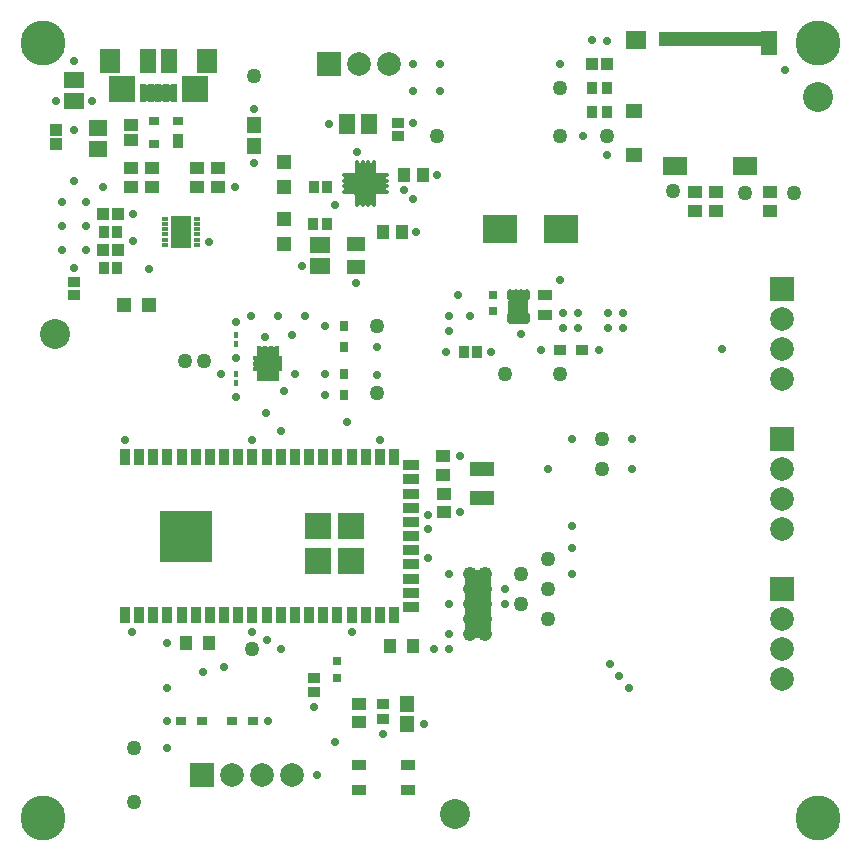
<source format=gts>
G04*
G04 #@! TF.GenerationSoftware,Altium Limited,Altium Designer,21.6.1 (37)*
G04*
G04 Layer_Color=8388736*
%FSLAX25Y25*%
%MOIN*%
G70*
G04*
G04 #@! TF.SameCoordinates,F314E1FC-B3FF-4399-9B4D-0056A2093317*
G04*
G04*
G04 #@! TF.FilePolarity,Negative*
G04*
G01*
G75*
%ADD29C,0.05000*%
%ADD32R,0.03150X0.03150*%
%ADD33R,0.03937X0.03543*%
%ADD40R,0.01822X0.02182*%
%ADD41R,0.04724X0.04724*%
%ADD47R,0.03543X0.03150*%
%ADD49R,0.03150X0.03543*%
%ADD50R,0.02756X0.02756*%
%ADD59R,0.04724X0.04724*%
%ADD60R,0.03937X0.04921*%
%ADD61R,0.06127X0.05728*%
%ADD68R,0.08800X0.23000*%
%ADD69R,0.34400X0.04900*%
%ADD70R,0.11000X0.05800*%
%ADD71R,0.07400X0.07000*%
%ADD72R,0.09600X0.05100*%
%ADD73R,0.06900X0.11500*%
%ADD74R,0.06000X0.11200*%
%ADD75R,0.00900X0.02100*%
%ADD76R,0.02200X0.01100*%
%ADD77R,0.02100X0.01100*%
%ADD78R,0.01000X0.02000*%
%ADD79R,0.02200X0.01400*%
%ADD80R,0.01832X0.02632*%
%ADD81R,0.02532X0.01732*%
%ADD82R,0.06000X0.14000*%
%ADD83R,0.14000X0.06000*%
%ADD84R,0.03556X0.05524*%
%ADD85R,0.05524X0.03556*%
%ADD86R,0.08674X0.08674*%
%ADD87R,0.08819X0.08819*%
%ADD88R,0.05406X0.07887*%
%ADD89R,0.03753X0.05131*%
%ADD90R,0.04147X0.05131*%
%ADD91R,0.06902X0.06115*%
%ADD92R,0.05524X0.04737*%
%ADD93R,0.08280X0.06115*%
%ADD94R,0.07099X0.04343*%
%ADD95R,0.11430X0.09461*%
%ADD96C,0.10000*%
%ADD97R,0.08280X0.05131*%
%ADD98R,0.01784X0.02670*%
%ADD99R,0.02670X0.01784*%
%ADD100R,0.04737X0.04343*%
%ADD101R,0.04147X0.03556*%
%ADD102R,0.04343X0.04147*%
%ADD103R,0.04934X0.03359*%
%ADD104R,0.04343X0.04737*%
%ADD105R,0.05328X0.06509*%
%ADD106R,0.05131X0.05721*%
%ADD107R,0.03556X0.04147*%
G04:AMPARAMS|DCode=108|XSize=37.13mil|YSize=19.02mil|CornerRadius=5.38mil|HoleSize=0mil|Usage=FLASHONLY|Rotation=90.000|XOffset=0mil|YOffset=0mil|HoleType=Round|Shape=RoundedRectangle|*
%AMROUNDEDRECTD108*
21,1,0.03713,0.00827,0,0,90.0*
21,1,0.02638,0.01902,0,0,90.0*
1,1,0.01076,0.00413,0.01319*
1,1,0.01076,0.00413,-0.01319*
1,1,0.01076,-0.00413,-0.01319*
1,1,0.01076,-0.00413,0.01319*
%
%ADD108ROUNDEDRECTD108*%
%ADD109R,0.04147X0.03753*%
%ADD110R,0.04147X0.04343*%
%ADD111R,0.03753X0.04147*%
%ADD112R,0.02375X0.01784*%
%ADD113R,0.07102X0.10646*%
%ADD114R,0.06312X0.04934*%
%ADD115R,0.06509X0.05328*%
%ADD116O,0.01654X0.03898*%
%ADD117O,0.03898X0.01654*%
%ADD118R,0.07244X0.07244*%
%ADD119R,0.03556X0.03162*%
%ADD120R,0.03556X0.04737*%
%ADD121R,0.02375X0.06115*%
%ADD122R,0.09068X0.08674*%
%ADD123R,0.07099X0.08280*%
%ADD124R,0.05524X0.08280*%
%ADD125C,0.07887*%
%ADD126R,0.07887X0.07887*%
%ADD127R,0.07887X0.07887*%
%ADD128C,0.04760*%
%ADD129C,0.14973*%
%ADD130C,0.02800*%
%ADD131C,0.02769*%
D29*
X120000Y172500D02*
D03*
X177000Y95000D02*
D03*
X168000Y80000D02*
D03*
Y90000D02*
D03*
X259000Y217000D02*
D03*
X79000Y256000D02*
D03*
X218500Y217500D02*
D03*
X177000Y85000D02*
D03*
Y75000D02*
D03*
X120000Y150300D02*
D03*
X78300Y65000D02*
D03*
X140000Y235800D02*
D03*
X39000Y32000D02*
D03*
Y14000D02*
D03*
X162500Y156500D02*
D03*
X181000D02*
D03*
X195000Y125000D02*
D03*
Y135000D02*
D03*
X62300Y160900D02*
D03*
X56000Y160805D02*
D03*
X181000Y236000D02*
D03*
Y252000D02*
D03*
X242500Y217000D02*
D03*
X196500Y236000D02*
D03*
D32*
X106600Y60953D02*
D03*
Y55047D02*
D03*
D33*
X188043Y164500D02*
D03*
X180957D02*
D03*
D40*
X73000Y156395D02*
D03*
Y153605D02*
D03*
Y169395D02*
D03*
Y166605D02*
D03*
D41*
X89000Y199866D02*
D03*
Y208134D02*
D03*
Y218866D02*
D03*
Y227134D02*
D03*
D47*
X54654Y41000D02*
D03*
X61347D02*
D03*
X78347D02*
D03*
X71653D02*
D03*
D49*
X109000Y172346D02*
D03*
Y165654D02*
D03*
Y149653D02*
D03*
Y156346D02*
D03*
D50*
X158500Y183000D02*
D03*
Y177488D02*
D03*
D59*
X43843Y179642D02*
D03*
X35575D02*
D03*
D60*
X63937Y67000D02*
D03*
X56063D02*
D03*
X131937Y66000D02*
D03*
X124063D02*
D03*
D61*
X27000Y231356D02*
D03*
Y238644D02*
D03*
D68*
X153500Y80000D02*
D03*
D69*
X232600Y268250D02*
D03*
D70*
X47300Y250200D02*
D03*
D71*
X83400Y159800D02*
D03*
D72*
Y159950D02*
D03*
D73*
X83550D02*
D03*
D74*
X167000Y179000D02*
D03*
D75*
X112750Y216350D02*
D03*
X119250Y223650D02*
D03*
D76*
X112100Y216850D02*
D03*
D77*
X119750D02*
D03*
D78*
X119200Y216400D02*
D03*
D79*
X120100Y223000D02*
D03*
D80*
X113216Y223284D02*
D03*
D81*
X112766Y222834D02*
D03*
D82*
X116000Y220000D02*
D03*
D83*
D03*
D84*
X35781Y76122D02*
D03*
X40506D02*
D03*
X45230D02*
D03*
X49955D02*
D03*
X54679D02*
D03*
X59404D02*
D03*
X64128D02*
D03*
X68852D02*
D03*
X73577D02*
D03*
X78301D02*
D03*
X83026D02*
D03*
X87750D02*
D03*
X92474D02*
D03*
X97199D02*
D03*
X101923D02*
D03*
X106648D02*
D03*
X111372D02*
D03*
X116096D02*
D03*
X120821D02*
D03*
X125545D02*
D03*
Y128878D02*
D03*
X120821D02*
D03*
X116096D02*
D03*
X111372D02*
D03*
X106648D02*
D03*
X101923D02*
D03*
X97199D02*
D03*
X92474D02*
D03*
X87750D02*
D03*
X83026D02*
D03*
X78301D02*
D03*
X73577D02*
D03*
X68852D02*
D03*
X64128D02*
D03*
X59404D02*
D03*
X54679D02*
D03*
X49955D02*
D03*
X45230D02*
D03*
X40506D02*
D03*
X35781D02*
D03*
D85*
X131219Y78862D02*
D03*
Y88311D02*
D03*
Y93035D02*
D03*
Y97760D02*
D03*
Y102484D02*
D03*
Y107209D02*
D03*
Y111933D02*
D03*
Y116657D02*
D03*
Y121382D02*
D03*
Y126106D02*
D03*
Y83587D02*
D03*
D86*
X111317Y94290D02*
D03*
X100077D02*
D03*
X111317Y105802D02*
D03*
X100077D02*
D03*
D87*
X60557Y98022D02*
D03*
X51825D02*
D03*
X60557Y106613D02*
D03*
X51825D02*
D03*
D88*
X250628Y266931D02*
D03*
D89*
X245864Y268309D02*
D03*
D90*
X241730D02*
D03*
X237400D02*
D03*
X233069D02*
D03*
X228738D02*
D03*
X224408D02*
D03*
X220077D02*
D03*
X215746D02*
D03*
D91*
X206061Y267817D02*
D03*
D92*
X205372Y229530D02*
D03*
Y244096D02*
D03*
D93*
X219152Y225691D02*
D03*
X242655D02*
D03*
D94*
X167000Y179000D02*
D03*
D95*
X160961Y205000D02*
D03*
X181039D02*
D03*
D96*
X146000Y10000D02*
D03*
X267000Y249000D02*
D03*
X12500Y170000D02*
D03*
D97*
X155000Y124921D02*
D03*
Y115079D02*
D03*
D98*
X86353Y155423D02*
D03*
X84384D02*
D03*
X82416D02*
D03*
X80447D02*
D03*
Y164577D02*
D03*
X82416D02*
D03*
X84384D02*
D03*
X86353D02*
D03*
D99*
X79808Y160000D02*
D03*
X86993D02*
D03*
X86994Y158031D02*
D03*
X79808D02*
D03*
Y161969D02*
D03*
X86993D02*
D03*
D100*
X251000Y210850D02*
D03*
Y217150D02*
D03*
X233000Y210850D02*
D03*
Y217150D02*
D03*
X226000Y210850D02*
D03*
Y217150D02*
D03*
X114000Y40350D02*
D03*
Y46650D02*
D03*
X45000Y225150D02*
D03*
Y218850D02*
D03*
X38000Y225150D02*
D03*
Y218850D02*
D03*
X66800Y225200D02*
D03*
Y218901D02*
D03*
X59800Y225200D02*
D03*
Y218901D02*
D03*
X142000Y122850D02*
D03*
Y129150D02*
D03*
X142100Y116650D02*
D03*
Y110350D02*
D03*
X38000Y239657D02*
D03*
Y234343D02*
D03*
D101*
X99000Y50536D02*
D03*
Y55064D02*
D03*
X127000Y240264D02*
D03*
Y235736D02*
D03*
X19000Y187264D02*
D03*
Y182736D02*
D03*
D102*
X13000Y233138D02*
D03*
Y237862D02*
D03*
D103*
X130169Y26232D02*
D03*
X113831D02*
D03*
Y17768D02*
D03*
X130169D02*
D03*
X176000Y176307D02*
D03*
Y183000D02*
D03*
D104*
X135150Y223000D02*
D03*
X128850D02*
D03*
X128150Y204000D02*
D03*
X121850D02*
D03*
D105*
X110000Y240000D02*
D03*
X117087D02*
D03*
D106*
X79000Y232653D02*
D03*
Y239347D02*
D03*
X130000Y39854D02*
D03*
Y46546D02*
D03*
D107*
X148736Y164000D02*
D03*
X153264D02*
D03*
X33264Y204000D02*
D03*
X28736D02*
D03*
X98572Y206400D02*
D03*
X103100D02*
D03*
X98736Y219000D02*
D03*
X103264D02*
D03*
X28736Y192000D02*
D03*
X33264D02*
D03*
D108*
X164047Y182878D02*
D03*
X166016D02*
D03*
X167984D02*
D03*
X169953D02*
D03*
Y175122D02*
D03*
X167984D02*
D03*
X166016D02*
D03*
X164047D02*
D03*
D109*
X122000Y41441D02*
D03*
Y46559D02*
D03*
D110*
X196362Y260000D02*
D03*
X191638D02*
D03*
X28638Y210000D02*
D03*
X33362D02*
D03*
X28638Y198000D02*
D03*
X33362D02*
D03*
D111*
X191441Y252000D02*
D03*
X196559D02*
D03*
X191441Y244000D02*
D03*
X196559D02*
D03*
D112*
X49285Y208329D02*
D03*
Y206557D02*
D03*
Y204786D02*
D03*
Y203014D02*
D03*
Y201242D02*
D03*
Y199471D02*
D03*
X59915D02*
D03*
Y201242D02*
D03*
Y203014D02*
D03*
Y204786D02*
D03*
Y206557D02*
D03*
Y208329D02*
D03*
D113*
X54600Y203900D02*
D03*
D114*
X113000Y199740D02*
D03*
Y192260D02*
D03*
D115*
X101000Y199543D02*
D03*
Y192457D02*
D03*
X19000Y247457D02*
D03*
Y254543D02*
D03*
D116*
X118953Y225807D02*
D03*
X116984D02*
D03*
X115016D02*
D03*
X113047D02*
D03*
Y214193D02*
D03*
X115016D02*
D03*
X116984D02*
D03*
X118953D02*
D03*
D117*
X110193Y222953D02*
D03*
Y220984D02*
D03*
Y219016D02*
D03*
Y217047D02*
D03*
X121807D02*
D03*
Y219016D02*
D03*
Y220984D02*
D03*
Y222953D02*
D03*
D118*
X116000Y220000D02*
D03*
D119*
X45563Y233260D02*
D03*
Y240740D02*
D03*
X53437D02*
D03*
D120*
Y234047D02*
D03*
D121*
X41882Y250234D02*
D03*
X44441D02*
D03*
X47000D02*
D03*
X49559D02*
D03*
X52118D02*
D03*
D122*
X34795Y251514D02*
D03*
X59205D02*
D03*
D123*
X30858Y260766D02*
D03*
X63142D02*
D03*
D124*
X43654D02*
D03*
X50346D02*
D03*
D125*
X91500Y23000D02*
D03*
X81500D02*
D03*
X71500D02*
D03*
X255000Y105000D02*
D03*
Y115000D02*
D03*
Y125000D02*
D03*
X114000Y260000D02*
D03*
X124000D02*
D03*
X255000Y75000D02*
D03*
Y65000D02*
D03*
Y55000D02*
D03*
Y175000D02*
D03*
Y165000D02*
D03*
Y155000D02*
D03*
D126*
X61500Y23000D02*
D03*
X104000Y260000D02*
D03*
D127*
X255000Y135000D02*
D03*
Y85000D02*
D03*
Y185000D02*
D03*
D128*
X151000Y90000D02*
D03*
Y85000D02*
D03*
X156000Y90000D02*
D03*
Y85000D02*
D03*
Y75000D02*
D03*
Y80000D02*
D03*
X151000Y75000D02*
D03*
Y80000D02*
D03*
Y70000D02*
D03*
X156000D02*
D03*
D129*
X8500Y8500D02*
D03*
Y267000D02*
D03*
X267000Y8500D02*
D03*
Y267000D02*
D03*
D130*
X132000Y260000D02*
D03*
Y251000D02*
D03*
X50000Y52000D02*
D03*
X19000Y221000D02*
D03*
X181000Y260000D02*
D03*
X106000Y34000D02*
D03*
X91500Y169500D02*
D03*
X96000Y176000D02*
D03*
X87000D02*
D03*
X78000D02*
D03*
X141000Y251000D02*
D03*
Y260000D02*
D03*
X15000Y214000D02*
D03*
X23000D02*
D03*
Y206000D02*
D03*
X15000D02*
D03*
Y198000D02*
D03*
X25000Y247500D02*
D03*
X13000D02*
D03*
X200500Y56000D02*
D03*
X204000Y52000D02*
D03*
X197500Y60000D02*
D03*
X120000Y156300D02*
D03*
Y165600D02*
D03*
X185000Y90000D02*
D03*
X104000Y240000D02*
D03*
X162500Y85000D02*
D03*
Y80000D02*
D03*
X185000Y98500D02*
D03*
X139000Y65000D02*
D03*
X144000D02*
D03*
X100000Y23000D02*
D03*
X205000Y135000D02*
D03*
X235000Y165000D02*
D03*
X205000Y125000D02*
D03*
X177000D02*
D03*
X99000Y45500D02*
D03*
X147000Y183000D02*
D03*
X174500Y164500D02*
D03*
X194000D02*
D03*
X182000Y172000D02*
D03*
X187000D02*
D03*
X197000D02*
D03*
X202000D02*
D03*
Y177000D02*
D03*
X197000D02*
D03*
X187000D02*
D03*
X182000D02*
D03*
X151000Y176000D02*
D03*
X144000Y171000D02*
D03*
Y176000D02*
D03*
X62000Y57126D02*
D03*
X147650Y110350D02*
D03*
X147500Y129200D02*
D03*
X136800Y95300D02*
D03*
X144000Y70000D02*
D03*
Y80000D02*
D03*
Y90000D02*
D03*
X135500Y39800D02*
D03*
X143000Y164000D02*
D03*
X19000Y261000D02*
D03*
Y238000D02*
D03*
Y192000D02*
D03*
X23000Y198000D02*
D03*
X89000Y151000D02*
D03*
X82400Y169000D02*
D03*
X73000Y174000D02*
D03*
X50000Y32000D02*
D03*
X79000Y227000D02*
D03*
X132000Y240300D02*
D03*
X185000Y135000D02*
D03*
X38100Y70500D02*
D03*
X185000Y106000D02*
D03*
X120800Y134500D02*
D03*
X35800D02*
D03*
X78300D02*
D03*
X113000Y187000D02*
D03*
X133000Y204000D02*
D03*
X158000Y164000D02*
D03*
X78300Y70500D02*
D03*
X111400D02*
D03*
X122000Y36500D02*
D03*
X50000Y41000D02*
D03*
X102500Y172346D02*
D03*
Y149653D02*
D03*
X73000Y162000D02*
D03*
Y149000D02*
D03*
X68000Y156500D02*
D03*
X113100Y230500D02*
D03*
X44000Y191372D02*
D03*
X28638Y218850D02*
D03*
X132000Y215000D02*
D03*
X129000Y218000D02*
D03*
X95000Y192500D02*
D03*
X140000Y223000D02*
D03*
X196362Y267562D02*
D03*
X256000Y258000D02*
D03*
X196500Y229500D02*
D03*
X188500Y236000D02*
D03*
X167984Y170000D02*
D03*
X83500Y41000D02*
D03*
X50000Y67000D02*
D03*
X68800Y59000D02*
D03*
X83000Y143500D02*
D03*
X110000Y140500D02*
D03*
X87800Y137500D02*
D03*
X83026Y68000D02*
D03*
X87750Y65000D02*
D03*
X136800Y109500D02*
D03*
Y104700D02*
D03*
X191600Y267700D02*
D03*
X92500Y156400D02*
D03*
X102407Y156346D02*
D03*
X79000Y245000D02*
D03*
X105700Y212700D02*
D03*
X72500Y218800D02*
D03*
X38500Y210000D02*
D03*
X38600Y200800D02*
D03*
X63900Y200400D02*
D03*
X181000Y188000D02*
D03*
D131*
X56568Y203900D02*
D03*
Y200357D02*
D03*
X52631D02*
D03*
Y203900D02*
D03*
X56568Y207443D02*
D03*
X52631D02*
D03*
M02*

</source>
